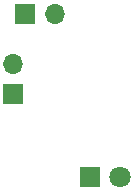
<source format=gbr>
G04 #@! TF.GenerationSoftware,KiCad,Pcbnew,(5.1.10)-1*
G04 #@! TF.CreationDate,2021-11-27T20:31:56+01:00*
G04 #@! TF.ProjectId,latarka,6c617461-726b-4612-9e6b-696361645f70,rev?*
G04 #@! TF.SameCoordinates,Original*
G04 #@! TF.FileFunction,Copper,L2,Bot*
G04 #@! TF.FilePolarity,Positive*
%FSLAX46Y46*%
G04 Gerber Fmt 4.6, Leading zero omitted, Abs format (unit mm)*
G04 Created by KiCad (PCBNEW (5.1.10)-1) date 2021-11-27 20:31:56*
%MOMM*%
%LPD*%
G01*
G04 APERTURE LIST*
G04 #@! TA.AperFunction,ComponentPad*
%ADD10C,1.800000*%
G04 #@! TD*
G04 #@! TA.AperFunction,ComponentPad*
%ADD11R,1.800000X1.800000*%
G04 #@! TD*
G04 #@! TA.AperFunction,ComponentPad*
%ADD12O,1.700000X1.700000*%
G04 #@! TD*
G04 #@! TA.AperFunction,ComponentPad*
%ADD13R,1.700000X1.700000*%
G04 #@! TD*
G04 APERTURE END LIST*
D10*
X135790000Y-109500000D03*
D11*
X133250000Y-109500000D03*
D12*
X130290000Y-95750000D03*
D13*
X127750000Y-95750000D03*
D12*
X126750000Y-99960000D03*
D13*
X126750000Y-102500000D03*
M02*

</source>
